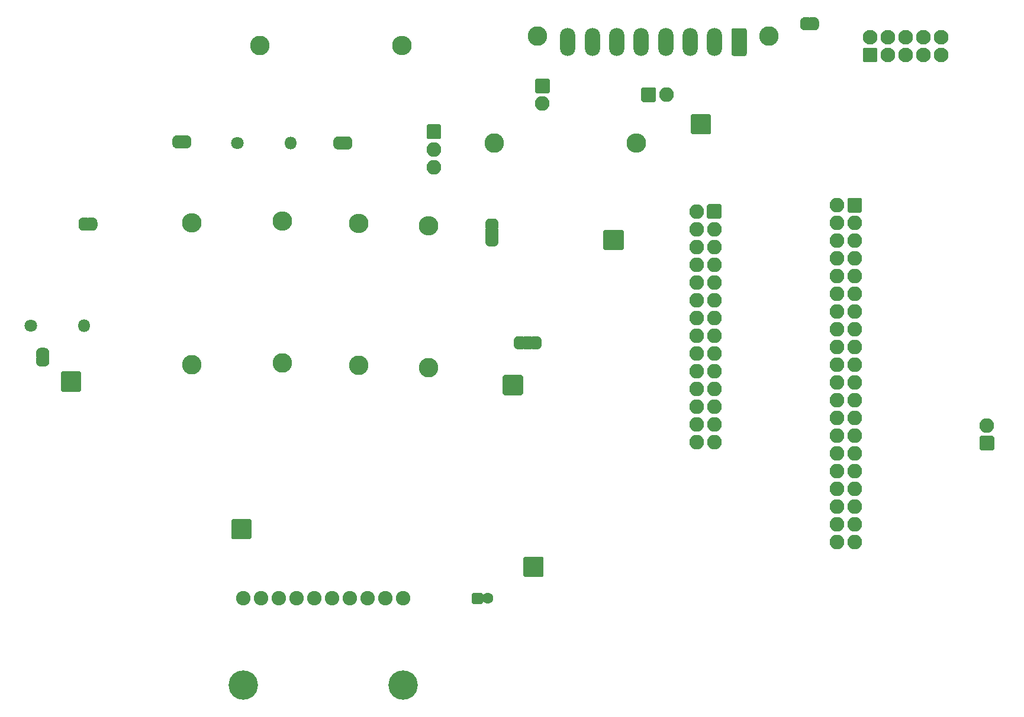
<source format=gbr>
%TF.GenerationSoftware,KiCad,Pcbnew,(5.1.9-0-10_14)*%
%TF.CreationDate,2021-03-10T15:44:04+00:00*%
%TF.ProjectId,base8x,62617365-3878-42e6-9b69-6361645f7063,rev?*%
%TF.SameCoordinates,Original*%
%TF.FileFunction,Soldermask,Top*%
%TF.FilePolarity,Negative*%
%FSLAX46Y46*%
G04 Gerber Fmt 4.6, Leading zero omitted, Abs format (unit mm)*
G04 Created by KiCad (PCBNEW (5.1.9-0-10_14)) date 2021-03-10 15:44:04*
%MOMM*%
%LPD*%
G01*
G04 APERTURE LIST*
%ADD10C,4.210000*%
%ADD11C,2.065000*%
%ADD12O,2.100000X2.100000*%
%ADD13O,1.800000X1.800000*%
%ADD14C,1.800000*%
%ADD15O,2.800000X2.800000*%
%ADD16C,2.800000*%
%ADD17C,2.100000*%
%ADD18C,0.100000*%
%ADD19O,2.200000X4.000000*%
%ADD20C,1.600000*%
G04 APERTURE END LIST*
D10*
%TO.C,IC1*%
X-305308000Y-122428000D03*
X-282448000Y-122428000D03*
D11*
X-305308000Y-109982000D03*
X-302768000Y-109982000D03*
X-300228000Y-109982000D03*
X-297688000Y-109982000D03*
X-295148000Y-109982000D03*
X-292608000Y-109982000D03*
X-290068000Y-109982000D03*
X-287528000Y-109982000D03*
X-284988000Y-109982000D03*
X-282448000Y-109982000D03*
%TD*%
D12*
%TO.C,Raspberry_header1*%
X-220360000Y-101930000D03*
X-217820000Y-101930000D03*
X-220360000Y-99390000D03*
X-217820000Y-99390000D03*
X-220360000Y-96850000D03*
X-217820000Y-96850000D03*
X-220360000Y-94310000D03*
X-217820000Y-94310000D03*
X-220360000Y-91770000D03*
X-217820000Y-91770000D03*
X-220360000Y-89230000D03*
X-217820000Y-89230000D03*
X-220360000Y-86690000D03*
X-217820000Y-86690000D03*
X-220360000Y-84150000D03*
X-217820000Y-84150000D03*
X-220360000Y-81610000D03*
X-217820000Y-81610000D03*
X-220360000Y-79070000D03*
X-217820000Y-79070000D03*
X-220360000Y-76530000D03*
X-217820000Y-76530000D03*
X-220360000Y-73990000D03*
X-217820000Y-73990000D03*
X-220360000Y-71450000D03*
X-217820000Y-71450000D03*
X-220360000Y-68910000D03*
X-217820000Y-68910000D03*
X-220360000Y-66370000D03*
X-217820000Y-66370000D03*
X-220360000Y-63830000D03*
X-217820000Y-63830000D03*
X-220360000Y-61290000D03*
X-217820000Y-61290000D03*
X-220360000Y-58750000D03*
X-217820000Y-58750000D03*
X-220360000Y-56210000D03*
X-217820000Y-56210000D03*
X-220360000Y-53670000D03*
G36*
G01*
X-218870000Y-54520000D02*
X-218870000Y-52820000D01*
G75*
G02*
X-218670000Y-52620000I200000J0D01*
G01*
X-216970000Y-52620000D01*
G75*
G02*
X-216770000Y-52820000I0J-200000D01*
G01*
X-216770000Y-54520000D01*
G75*
G02*
X-216970000Y-54720000I-200000J0D01*
G01*
X-218670000Y-54720000D01*
G75*
G02*
X-218870000Y-54520000I0J200000D01*
G01*
G37*
%TD*%
D13*
%TO.C,D2*%
X-328071640Y-70898520D03*
D14*
X-335691640Y-70898520D03*
%TD*%
D13*
%TO.C,D1*%
X-298550000Y-44800000D03*
D14*
X-306170000Y-44800000D03*
%TD*%
D15*
%TO.C,Resistor1*%
X-282550000Y-30810000D03*
D16*
X-302870000Y-30810000D03*
%TD*%
D15*
%TO.C,R5*%
X-249021600Y-44780200D03*
D16*
X-269341600Y-44780200D03*
%TD*%
D15*
%TO.C,R4*%
X-299690000Y-55970000D03*
D16*
X-299690000Y-76290000D03*
%TD*%
D15*
%TO.C,R3*%
X-278810000Y-56580000D03*
D16*
X-278810000Y-76900000D03*
%TD*%
D15*
%TO.C,R2*%
X-312650000Y-56200000D03*
D16*
X-312650000Y-76520000D03*
%TD*%
D15*
%TO.C,R1*%
X-288790000Y-56280000D03*
D16*
X-288790000Y-76600000D03*
%TD*%
%TO.C,TP5*%
G36*
G01*
X-268170000Y-80690000D02*
X-268170000Y-78190000D01*
G75*
G02*
X-267970000Y-77990000I200000J0D01*
G01*
X-265470000Y-77990000D01*
G75*
G02*
X-265270000Y-78190000I0J-200000D01*
G01*
X-265270000Y-80690000D01*
G75*
G02*
X-265470000Y-80890000I-200000J0D01*
G01*
X-267970000Y-80890000D01*
G75*
G02*
X-268170000Y-80690000I0J200000D01*
G01*
G37*
%TD*%
%TO.C,TP4*%
G36*
G01*
X-331386000Y-80180000D02*
X-331386000Y-77680000D01*
G75*
G02*
X-331186000Y-77480000I200000J0D01*
G01*
X-328686000Y-77480000D01*
G75*
G02*
X-328486000Y-77680000I0J-200000D01*
G01*
X-328486000Y-80180000D01*
G75*
G02*
X-328686000Y-80380000I-200000J0D01*
G01*
X-331186000Y-80380000D01*
G75*
G02*
X-331386000Y-80180000I0J200000D01*
G01*
G37*
%TD*%
%TO.C,TP3*%
G36*
G01*
X-253770000Y-59890000D02*
X-253770000Y-57390000D01*
G75*
G02*
X-253570000Y-57190000I200000J0D01*
G01*
X-251070000Y-57190000D01*
G75*
G02*
X-250870000Y-57390000I0J-200000D01*
G01*
X-250870000Y-59890000D01*
G75*
G02*
X-251070000Y-60090000I-200000J0D01*
G01*
X-253570000Y-60090000D01*
G75*
G02*
X-253770000Y-59890000I0J200000D01*
G01*
G37*
%TD*%
%TO.C,TP2*%
G36*
G01*
X-307012000Y-101326000D02*
X-307012000Y-98826000D01*
G75*
G02*
X-306812000Y-98626000I200000J0D01*
G01*
X-304312000Y-98626000D01*
G75*
G02*
X-304112000Y-98826000I0J-200000D01*
G01*
X-304112000Y-101326000D01*
G75*
G02*
X-304312000Y-101526000I-200000J0D01*
G01*
X-306812000Y-101526000D01*
G75*
G02*
X-307012000Y-101326000I0J200000D01*
G01*
G37*
%TD*%
%TO.C,J1*%
G36*
G01*
X-214879423Y-33206400D02*
X-216361777Y-33206400D01*
G75*
G02*
X-216670600Y-32897577I0J308823D01*
G01*
X-216670600Y-31415223D01*
G75*
G02*
X-216361777Y-31106400I308823J0D01*
G01*
X-214879423Y-31106400D01*
G75*
G02*
X-214570600Y-31415223I0J-308823D01*
G01*
X-214570600Y-32897577D01*
G75*
G02*
X-214879423Y-33206400I-308823J0D01*
G01*
G37*
D17*
X-213080600Y-32156400D03*
X-210540600Y-32156400D03*
X-208000600Y-32156400D03*
X-205460600Y-32156400D03*
X-215620600Y-29616400D03*
X-213080600Y-29616400D03*
X-210540600Y-29616400D03*
X-208000600Y-29616400D03*
X-205460600Y-29616400D03*
%TD*%
D18*
%TO.C,J2*%
G36*
X-265315482Y-72421743D02*
G01*
X-265277963Y-72433124D01*
X-265243386Y-72451606D01*
X-265213079Y-72476479D01*
X-265188206Y-72506786D01*
X-265169724Y-72541363D01*
X-265158343Y-72578882D01*
X-265154500Y-72617900D01*
X-265154500Y-74117900D01*
X-265158343Y-74156918D01*
X-265169724Y-74194437D01*
X-265188206Y-74229014D01*
X-265213079Y-74259321D01*
X-265243386Y-74284194D01*
X-265277963Y-74302676D01*
X-265315482Y-74314057D01*
X-265354500Y-74317900D01*
X-265904500Y-74317900D01*
X-265910612Y-74317298D01*
X-265929034Y-74317298D01*
X-265948640Y-74316335D01*
X-265997471Y-74311525D01*
X-266016880Y-74308646D01*
X-266065005Y-74299074D01*
X-266084048Y-74294304D01*
X-266131003Y-74280060D01*
X-266149480Y-74273449D01*
X-266194813Y-74254672D01*
X-266212561Y-74246277D01*
X-266255834Y-74223146D01*
X-266272662Y-74213060D01*
X-266313461Y-74185800D01*
X-266329230Y-74174105D01*
X-266367159Y-74142977D01*
X-266381700Y-74129797D01*
X-266416397Y-74095100D01*
X-266429577Y-74080559D01*
X-266460705Y-74042630D01*
X-266472400Y-74026861D01*
X-266499660Y-73986062D01*
X-266509746Y-73969234D01*
X-266532877Y-73925961D01*
X-266541272Y-73908213D01*
X-266560049Y-73862880D01*
X-266566660Y-73844403D01*
X-266580904Y-73797448D01*
X-266585674Y-73778405D01*
X-266595246Y-73730280D01*
X-266598125Y-73710871D01*
X-266602935Y-73662040D01*
X-266603898Y-73642434D01*
X-266603898Y-73624012D01*
X-266604500Y-73617900D01*
X-266604500Y-73117900D01*
X-266603898Y-73111788D01*
X-266603898Y-73093366D01*
X-266602935Y-73073760D01*
X-266598125Y-73024929D01*
X-266595246Y-73005520D01*
X-266585674Y-72957395D01*
X-266580904Y-72938352D01*
X-266566660Y-72891397D01*
X-266560049Y-72872920D01*
X-266541272Y-72827587D01*
X-266532877Y-72809839D01*
X-266509746Y-72766566D01*
X-266499660Y-72749738D01*
X-266472400Y-72708939D01*
X-266460705Y-72693170D01*
X-266429577Y-72655241D01*
X-266416397Y-72640700D01*
X-266381700Y-72606003D01*
X-266367159Y-72592823D01*
X-266329230Y-72561695D01*
X-266313461Y-72550000D01*
X-266272662Y-72522740D01*
X-266255834Y-72512654D01*
X-266212561Y-72489523D01*
X-266194813Y-72481128D01*
X-266149480Y-72462351D01*
X-266131003Y-72455740D01*
X-266084048Y-72441496D01*
X-266065005Y-72436726D01*
X-266016880Y-72427154D01*
X-265997471Y-72424275D01*
X-265948640Y-72419465D01*
X-265929034Y-72418502D01*
X-265910612Y-72418502D01*
X-265904500Y-72417900D01*
X-265354500Y-72417900D01*
X-265315482Y-72421743D01*
G37*
G36*
X-263298388Y-72418502D02*
G01*
X-263279966Y-72418502D01*
X-263260360Y-72419465D01*
X-263211529Y-72424275D01*
X-263192120Y-72427154D01*
X-263143995Y-72436726D01*
X-263124952Y-72441496D01*
X-263077997Y-72455740D01*
X-263059520Y-72462351D01*
X-263014187Y-72481128D01*
X-262996439Y-72489523D01*
X-262953166Y-72512654D01*
X-262936338Y-72522740D01*
X-262895539Y-72550000D01*
X-262879770Y-72561695D01*
X-262841841Y-72592823D01*
X-262827300Y-72606003D01*
X-262792603Y-72640700D01*
X-262779423Y-72655241D01*
X-262748295Y-72693170D01*
X-262736600Y-72708939D01*
X-262709340Y-72749738D01*
X-262699254Y-72766566D01*
X-262676123Y-72809839D01*
X-262667728Y-72827587D01*
X-262648951Y-72872920D01*
X-262642340Y-72891397D01*
X-262628096Y-72938352D01*
X-262623326Y-72957395D01*
X-262613754Y-73005520D01*
X-262610875Y-73024929D01*
X-262606065Y-73073760D01*
X-262605102Y-73093366D01*
X-262605102Y-73111788D01*
X-262604500Y-73117900D01*
X-262604500Y-73617900D01*
X-262605102Y-73624012D01*
X-262605102Y-73642434D01*
X-262606065Y-73662040D01*
X-262610875Y-73710871D01*
X-262613754Y-73730280D01*
X-262623326Y-73778405D01*
X-262628096Y-73797448D01*
X-262642340Y-73844403D01*
X-262648951Y-73862880D01*
X-262667728Y-73908213D01*
X-262676123Y-73925961D01*
X-262699254Y-73969234D01*
X-262709340Y-73986062D01*
X-262736600Y-74026861D01*
X-262748295Y-74042630D01*
X-262779423Y-74080559D01*
X-262792603Y-74095100D01*
X-262827300Y-74129797D01*
X-262841841Y-74142977D01*
X-262879770Y-74174105D01*
X-262895539Y-74185800D01*
X-262936338Y-74213060D01*
X-262953166Y-74223146D01*
X-262996439Y-74246277D01*
X-263014187Y-74254672D01*
X-263059520Y-74273449D01*
X-263077997Y-74280060D01*
X-263124952Y-74294304D01*
X-263143995Y-74299074D01*
X-263192120Y-74308646D01*
X-263211529Y-74311525D01*
X-263260360Y-74316335D01*
X-263279966Y-74317298D01*
X-263298388Y-74317298D01*
X-263304500Y-74317900D01*
X-263854500Y-74317900D01*
X-263893518Y-74314057D01*
X-263931037Y-74302676D01*
X-263965614Y-74284194D01*
X-263995921Y-74259321D01*
X-264020794Y-74229014D01*
X-264039276Y-74194437D01*
X-264050657Y-74156918D01*
X-264054500Y-74117900D01*
X-264054500Y-72617900D01*
X-264050657Y-72578882D01*
X-264039276Y-72541363D01*
X-264020794Y-72506786D01*
X-263995921Y-72476479D01*
X-263965614Y-72451606D01*
X-263931037Y-72433124D01*
X-263893518Y-72421743D01*
X-263854500Y-72417900D01*
X-263304500Y-72417900D01*
X-263298388Y-72418502D01*
G37*
G36*
G01*
X-265304500Y-74117900D02*
X-265304500Y-72617900D01*
G75*
G02*
X-265104500Y-72417900I200000J0D01*
G01*
X-264104500Y-72417900D01*
G75*
G02*
X-263904500Y-72617900I0J-200000D01*
G01*
X-263904500Y-74117900D01*
G75*
G02*
X-264104500Y-74317900I-200000J0D01*
G01*
X-265104500Y-74317900D01*
G75*
G02*
X-265304500Y-74117900I0J200000D01*
G01*
G37*
%TD*%
%TO.C,J3*%
G36*
G01*
X-238960000Y-55420000D02*
X-238960000Y-53720000D01*
G75*
G02*
X-238760000Y-53520000I200000J0D01*
G01*
X-237060000Y-53520000D01*
G75*
G02*
X-236860000Y-53720000I0J-200000D01*
G01*
X-236860000Y-55420000D01*
G75*
G02*
X-237060000Y-55620000I-200000J0D01*
G01*
X-238760000Y-55620000D01*
G75*
G02*
X-238960000Y-55420000I0J200000D01*
G01*
G37*
D12*
X-240450000Y-54570000D03*
X-237910000Y-57110000D03*
X-240450000Y-57110000D03*
X-237910000Y-59650000D03*
X-240450000Y-59650000D03*
X-237910000Y-62190000D03*
X-240450000Y-62190000D03*
X-237910000Y-64730000D03*
X-240450000Y-64730000D03*
X-237910000Y-67270000D03*
X-240450000Y-67270000D03*
X-237910000Y-69810000D03*
X-240450000Y-69810000D03*
X-237910000Y-72350000D03*
X-240450000Y-72350000D03*
X-237910000Y-74890000D03*
X-240450000Y-74890000D03*
X-237910000Y-77430000D03*
X-240450000Y-77430000D03*
X-237910000Y-79970000D03*
X-240450000Y-79970000D03*
X-237910000Y-82510000D03*
X-240450000Y-82510000D03*
X-237910000Y-85050000D03*
X-240450000Y-85050000D03*
X-237910000Y-87590000D03*
X-240450000Y-87590000D03*
%TD*%
%TO.C,J4*%
G36*
G01*
X-270470000Y-56870000D02*
X-268970000Y-56870000D01*
G75*
G02*
X-268770000Y-57070000I0J-200000D01*
G01*
X-268770000Y-58070000D01*
G75*
G02*
X-268970000Y-58270000I-200000J0D01*
G01*
X-270470000Y-58270000D01*
G75*
G02*
X-270670000Y-58070000I0J200000D01*
G01*
X-270670000Y-57070000D01*
G75*
G02*
X-270470000Y-56870000I200000J0D01*
G01*
G37*
D18*
G36*
X-268770602Y-58876112D02*
G01*
X-268770602Y-58894534D01*
X-268771565Y-58914140D01*
X-268776375Y-58962971D01*
X-268779254Y-58982380D01*
X-268788826Y-59030505D01*
X-268793596Y-59049548D01*
X-268807840Y-59096503D01*
X-268814451Y-59114980D01*
X-268833228Y-59160313D01*
X-268841623Y-59178061D01*
X-268864754Y-59221334D01*
X-268874840Y-59238162D01*
X-268902100Y-59278961D01*
X-268913795Y-59294730D01*
X-268944923Y-59332659D01*
X-268958103Y-59347200D01*
X-268992800Y-59381897D01*
X-269007341Y-59395077D01*
X-269045270Y-59426205D01*
X-269061039Y-59437900D01*
X-269101838Y-59465160D01*
X-269118666Y-59475246D01*
X-269161939Y-59498377D01*
X-269179687Y-59506772D01*
X-269225020Y-59525549D01*
X-269243497Y-59532160D01*
X-269290452Y-59546404D01*
X-269309495Y-59551174D01*
X-269357620Y-59560746D01*
X-269377029Y-59563625D01*
X-269425860Y-59568435D01*
X-269445466Y-59569398D01*
X-269463888Y-59569398D01*
X-269470000Y-59570000D01*
X-269970000Y-59570000D01*
X-269976112Y-59569398D01*
X-269994534Y-59569398D01*
X-270014140Y-59568435D01*
X-270062971Y-59563625D01*
X-270082380Y-59560746D01*
X-270130505Y-59551174D01*
X-270149548Y-59546404D01*
X-270196503Y-59532160D01*
X-270214980Y-59525549D01*
X-270260313Y-59506772D01*
X-270278061Y-59498377D01*
X-270321334Y-59475246D01*
X-270338162Y-59465160D01*
X-270378961Y-59437900D01*
X-270394730Y-59426205D01*
X-270432659Y-59395077D01*
X-270447200Y-59381897D01*
X-270481897Y-59347200D01*
X-270495077Y-59332659D01*
X-270526205Y-59294730D01*
X-270537900Y-59278961D01*
X-270565160Y-59238162D01*
X-270575246Y-59221334D01*
X-270598377Y-59178061D01*
X-270606772Y-59160313D01*
X-270625549Y-59114980D01*
X-270632160Y-59096503D01*
X-270646404Y-59049548D01*
X-270651174Y-59030505D01*
X-270660746Y-58982380D01*
X-270663625Y-58962971D01*
X-270668435Y-58914140D01*
X-270669398Y-58894534D01*
X-270669398Y-58876112D01*
X-270670000Y-58870000D01*
X-270670000Y-58320000D01*
X-270666157Y-58280982D01*
X-270654776Y-58243463D01*
X-270636294Y-58208886D01*
X-270611421Y-58178579D01*
X-270581114Y-58153706D01*
X-270546537Y-58135224D01*
X-270509018Y-58123843D01*
X-270470000Y-58120000D01*
X-268970000Y-58120000D01*
X-268930982Y-58123843D01*
X-268893463Y-58135224D01*
X-268858886Y-58153706D01*
X-268828579Y-58178579D01*
X-268803706Y-58208886D01*
X-268785224Y-58243463D01*
X-268773843Y-58280982D01*
X-268770000Y-58320000D01*
X-268770000Y-58870000D01*
X-268770602Y-58876112D01*
G37*
G36*
X-268773843Y-56859018D02*
G01*
X-268785224Y-56896537D01*
X-268803706Y-56931114D01*
X-268828579Y-56961421D01*
X-268858886Y-56986294D01*
X-268893463Y-57004776D01*
X-268930982Y-57016157D01*
X-268970000Y-57020000D01*
X-270470000Y-57020000D01*
X-270509018Y-57016157D01*
X-270546537Y-57004776D01*
X-270581114Y-56986294D01*
X-270611421Y-56961421D01*
X-270636294Y-56931114D01*
X-270654776Y-56896537D01*
X-270666157Y-56859018D01*
X-270670000Y-56820000D01*
X-270670000Y-56270000D01*
X-270669398Y-56263888D01*
X-270669398Y-56245466D01*
X-270668435Y-56225860D01*
X-270663625Y-56177029D01*
X-270660746Y-56157620D01*
X-270651174Y-56109495D01*
X-270646404Y-56090452D01*
X-270632160Y-56043497D01*
X-270625549Y-56025020D01*
X-270606772Y-55979687D01*
X-270598377Y-55961939D01*
X-270575246Y-55918666D01*
X-270565160Y-55901838D01*
X-270537900Y-55861039D01*
X-270526205Y-55845270D01*
X-270495077Y-55807341D01*
X-270481897Y-55792800D01*
X-270447200Y-55758103D01*
X-270432659Y-55744923D01*
X-270394730Y-55713795D01*
X-270378961Y-55702100D01*
X-270338162Y-55674840D01*
X-270321334Y-55664754D01*
X-270278061Y-55641623D01*
X-270260313Y-55633228D01*
X-270214980Y-55614451D01*
X-270196503Y-55607840D01*
X-270149548Y-55593596D01*
X-270130505Y-55588826D01*
X-270082380Y-55579254D01*
X-270062971Y-55576375D01*
X-270014140Y-55571565D01*
X-269994534Y-55570602D01*
X-269976112Y-55570602D01*
X-269970000Y-55570000D01*
X-269470000Y-55570000D01*
X-269463888Y-55570602D01*
X-269445466Y-55570602D01*
X-269425860Y-55571565D01*
X-269377029Y-55576375D01*
X-269357620Y-55579254D01*
X-269309495Y-55588826D01*
X-269290452Y-55593596D01*
X-269243497Y-55607840D01*
X-269225020Y-55614451D01*
X-269179687Y-55633228D01*
X-269161939Y-55641623D01*
X-269118666Y-55664754D01*
X-269101838Y-55674840D01*
X-269061039Y-55702100D01*
X-269045270Y-55713795D01*
X-269007341Y-55744923D01*
X-268992800Y-55758103D01*
X-268958103Y-55792800D01*
X-268944923Y-55807341D01*
X-268913795Y-55845270D01*
X-268902100Y-55861039D01*
X-268874840Y-55901838D01*
X-268864754Y-55918666D01*
X-268841623Y-55961939D01*
X-268833228Y-55979687D01*
X-268814451Y-56025020D01*
X-268807840Y-56043497D01*
X-268793596Y-56090452D01*
X-268788826Y-56109495D01*
X-268779254Y-56157620D01*
X-268776375Y-56177029D01*
X-268771565Y-56225860D01*
X-268770602Y-56245466D01*
X-268770602Y-56263888D01*
X-268770000Y-56270000D01*
X-268770000Y-56820000D01*
X-268773843Y-56859018D01*
G37*
%TD*%
%TO.C,J9*%
G36*
G01*
X-233265800Y-28607755D02*
X-233265800Y-31996645D01*
G75*
G02*
X-233571355Y-32302200I-305555J0D01*
G01*
X-235160245Y-32302200D01*
G75*
G02*
X-235465800Y-31996645I0J305555D01*
G01*
X-235465800Y-28607755D01*
G75*
G02*
X-235160245Y-28302200I305555J0D01*
G01*
X-233571355Y-28302200D01*
G75*
G02*
X-233265800Y-28607755I0J-305555D01*
G01*
G37*
D19*
X-237865800Y-30302200D03*
X-241365800Y-30302200D03*
X-244865800Y-30302200D03*
X-248365800Y-30302200D03*
X-251865800Y-30302200D03*
X-255365800Y-30302200D03*
X-258865800Y-30302200D03*
D16*
X-230065800Y-29402200D03*
X-263165800Y-29402200D03*
%TD*%
D18*
%TO.C,JP2*%
G36*
X-314180982Y-43643843D02*
G01*
X-314143463Y-43655224D01*
X-314108886Y-43673706D01*
X-314078579Y-43698579D01*
X-314053706Y-43728886D01*
X-314035224Y-43763463D01*
X-314023843Y-43800982D01*
X-314020000Y-43840000D01*
X-314020000Y-45340000D01*
X-314023843Y-45379018D01*
X-314035224Y-45416537D01*
X-314053706Y-45451114D01*
X-314078579Y-45481421D01*
X-314108886Y-45506294D01*
X-314143463Y-45524776D01*
X-314180982Y-45536157D01*
X-314220000Y-45540000D01*
X-314720000Y-45540000D01*
X-314726112Y-45539398D01*
X-314744534Y-45539398D01*
X-314764140Y-45538435D01*
X-314812971Y-45533625D01*
X-314832380Y-45530746D01*
X-314880505Y-45521174D01*
X-314899548Y-45516404D01*
X-314946503Y-45502160D01*
X-314964980Y-45495549D01*
X-315010313Y-45476772D01*
X-315028061Y-45468377D01*
X-315071334Y-45445246D01*
X-315088162Y-45435160D01*
X-315128961Y-45407900D01*
X-315144730Y-45396205D01*
X-315182659Y-45365077D01*
X-315197200Y-45351897D01*
X-315231897Y-45317200D01*
X-315245077Y-45302659D01*
X-315276205Y-45264730D01*
X-315287900Y-45248961D01*
X-315315160Y-45208162D01*
X-315325246Y-45191334D01*
X-315348377Y-45148061D01*
X-315356772Y-45130313D01*
X-315375549Y-45084980D01*
X-315382160Y-45066503D01*
X-315396404Y-45019548D01*
X-315401174Y-45000505D01*
X-315410746Y-44952380D01*
X-315413625Y-44932971D01*
X-315418435Y-44884140D01*
X-315419398Y-44864534D01*
X-315419398Y-44846112D01*
X-315420000Y-44840000D01*
X-315420000Y-44340000D01*
X-315419398Y-44333888D01*
X-315419398Y-44315466D01*
X-315418435Y-44295860D01*
X-315413625Y-44247029D01*
X-315410746Y-44227620D01*
X-315401174Y-44179495D01*
X-315396404Y-44160452D01*
X-315382160Y-44113497D01*
X-315375549Y-44095020D01*
X-315356772Y-44049687D01*
X-315348377Y-44031939D01*
X-315325246Y-43988666D01*
X-315315160Y-43971838D01*
X-315287900Y-43931039D01*
X-315276205Y-43915270D01*
X-315245077Y-43877341D01*
X-315231897Y-43862800D01*
X-315197200Y-43828103D01*
X-315182659Y-43814923D01*
X-315144730Y-43783795D01*
X-315128961Y-43772100D01*
X-315088162Y-43744840D01*
X-315071334Y-43734754D01*
X-315028061Y-43711623D01*
X-315010313Y-43703228D01*
X-314964980Y-43684451D01*
X-314946503Y-43677840D01*
X-314899548Y-43663596D01*
X-314880505Y-43658826D01*
X-314832380Y-43649254D01*
X-314812971Y-43646375D01*
X-314764140Y-43641565D01*
X-314744534Y-43640602D01*
X-314726112Y-43640602D01*
X-314720000Y-43640000D01*
X-314220000Y-43640000D01*
X-314180982Y-43643843D01*
G37*
G36*
X-313413888Y-43640602D02*
G01*
X-313395466Y-43640602D01*
X-313375860Y-43641565D01*
X-313327029Y-43646375D01*
X-313307620Y-43649254D01*
X-313259495Y-43658826D01*
X-313240452Y-43663596D01*
X-313193497Y-43677840D01*
X-313175020Y-43684451D01*
X-313129687Y-43703228D01*
X-313111939Y-43711623D01*
X-313068666Y-43734754D01*
X-313051838Y-43744840D01*
X-313011039Y-43772100D01*
X-312995270Y-43783795D01*
X-312957341Y-43814923D01*
X-312942800Y-43828103D01*
X-312908103Y-43862800D01*
X-312894923Y-43877341D01*
X-312863795Y-43915270D01*
X-312852100Y-43931039D01*
X-312824840Y-43971838D01*
X-312814754Y-43988666D01*
X-312791623Y-44031939D01*
X-312783228Y-44049687D01*
X-312764451Y-44095020D01*
X-312757840Y-44113497D01*
X-312743596Y-44160452D01*
X-312738826Y-44179495D01*
X-312729254Y-44227620D01*
X-312726375Y-44247029D01*
X-312721565Y-44295860D01*
X-312720602Y-44315466D01*
X-312720602Y-44333888D01*
X-312720000Y-44340000D01*
X-312720000Y-44840000D01*
X-312720602Y-44846112D01*
X-312720602Y-44864534D01*
X-312721565Y-44884140D01*
X-312726375Y-44932971D01*
X-312729254Y-44952380D01*
X-312738826Y-45000505D01*
X-312743596Y-45019548D01*
X-312757840Y-45066503D01*
X-312764451Y-45084980D01*
X-312783228Y-45130313D01*
X-312791623Y-45148061D01*
X-312814754Y-45191334D01*
X-312824840Y-45208162D01*
X-312852100Y-45248961D01*
X-312863795Y-45264730D01*
X-312894923Y-45302659D01*
X-312908103Y-45317200D01*
X-312942800Y-45351897D01*
X-312957341Y-45365077D01*
X-312995270Y-45396205D01*
X-313011039Y-45407900D01*
X-313051838Y-45435160D01*
X-313068666Y-45445246D01*
X-313111939Y-45468377D01*
X-313129687Y-45476772D01*
X-313175020Y-45495549D01*
X-313193497Y-45502160D01*
X-313240452Y-45516404D01*
X-313259495Y-45521174D01*
X-313307620Y-45530746D01*
X-313327029Y-45533625D01*
X-313375860Y-45538435D01*
X-313395466Y-45539398D01*
X-313413888Y-45539398D01*
X-313420000Y-45540000D01*
X-313920000Y-45540000D01*
X-313959018Y-45536157D01*
X-313996537Y-45524776D01*
X-314031114Y-45506294D01*
X-314061421Y-45481421D01*
X-314086294Y-45451114D01*
X-314104776Y-45416537D01*
X-314116157Y-45379018D01*
X-314120000Y-45340000D01*
X-314120000Y-43840000D01*
X-314116157Y-43800982D01*
X-314104776Y-43763463D01*
X-314086294Y-43728886D01*
X-314061421Y-43698579D01*
X-314031114Y-43673706D01*
X-313996537Y-43655224D01*
X-313959018Y-43643843D01*
X-313920000Y-43640000D01*
X-313420000Y-43640000D01*
X-313413888Y-43640602D01*
G37*
%TD*%
%TO.C,JP3*%
G36*
X-290383888Y-43800602D02*
G01*
X-290365466Y-43800602D01*
X-290345860Y-43801565D01*
X-290297029Y-43806375D01*
X-290277620Y-43809254D01*
X-290229495Y-43818826D01*
X-290210452Y-43823596D01*
X-290163497Y-43837840D01*
X-290145020Y-43844451D01*
X-290099687Y-43863228D01*
X-290081939Y-43871623D01*
X-290038666Y-43894754D01*
X-290021838Y-43904840D01*
X-289981039Y-43932100D01*
X-289965270Y-43943795D01*
X-289927341Y-43974923D01*
X-289912800Y-43988103D01*
X-289878103Y-44022800D01*
X-289864923Y-44037341D01*
X-289833795Y-44075270D01*
X-289822100Y-44091039D01*
X-289794840Y-44131838D01*
X-289784754Y-44148666D01*
X-289761623Y-44191939D01*
X-289753228Y-44209687D01*
X-289734451Y-44255020D01*
X-289727840Y-44273497D01*
X-289713596Y-44320452D01*
X-289708826Y-44339495D01*
X-289699254Y-44387620D01*
X-289696375Y-44407029D01*
X-289691565Y-44455860D01*
X-289690602Y-44475466D01*
X-289690602Y-44493888D01*
X-289690000Y-44500000D01*
X-289690000Y-45000000D01*
X-289690602Y-45006112D01*
X-289690602Y-45024534D01*
X-289691565Y-45044140D01*
X-289696375Y-45092971D01*
X-289699254Y-45112380D01*
X-289708826Y-45160505D01*
X-289713596Y-45179548D01*
X-289727840Y-45226503D01*
X-289734451Y-45244980D01*
X-289753228Y-45290313D01*
X-289761623Y-45308061D01*
X-289784754Y-45351334D01*
X-289794840Y-45368162D01*
X-289822100Y-45408961D01*
X-289833795Y-45424730D01*
X-289864923Y-45462659D01*
X-289878103Y-45477200D01*
X-289912800Y-45511897D01*
X-289927341Y-45525077D01*
X-289965270Y-45556205D01*
X-289981039Y-45567900D01*
X-290021838Y-45595160D01*
X-290038666Y-45605246D01*
X-290081939Y-45628377D01*
X-290099687Y-45636772D01*
X-290145020Y-45655549D01*
X-290163497Y-45662160D01*
X-290210452Y-45676404D01*
X-290229495Y-45681174D01*
X-290277620Y-45690746D01*
X-290297029Y-45693625D01*
X-290345860Y-45698435D01*
X-290365466Y-45699398D01*
X-290383888Y-45699398D01*
X-290390000Y-45700000D01*
X-290890000Y-45700000D01*
X-290929018Y-45696157D01*
X-290966537Y-45684776D01*
X-291001114Y-45666294D01*
X-291031421Y-45641421D01*
X-291056294Y-45611114D01*
X-291074776Y-45576537D01*
X-291086157Y-45539018D01*
X-291090000Y-45500000D01*
X-291090000Y-44000000D01*
X-291086157Y-43960982D01*
X-291074776Y-43923463D01*
X-291056294Y-43888886D01*
X-291031421Y-43858579D01*
X-291001114Y-43833706D01*
X-290966537Y-43815224D01*
X-290929018Y-43803843D01*
X-290890000Y-43800000D01*
X-290390000Y-43800000D01*
X-290383888Y-43800602D01*
G37*
G36*
X-291150982Y-43803843D02*
G01*
X-291113463Y-43815224D01*
X-291078886Y-43833706D01*
X-291048579Y-43858579D01*
X-291023706Y-43888886D01*
X-291005224Y-43923463D01*
X-290993843Y-43960982D01*
X-290990000Y-44000000D01*
X-290990000Y-45500000D01*
X-290993843Y-45539018D01*
X-291005224Y-45576537D01*
X-291023706Y-45611114D01*
X-291048579Y-45641421D01*
X-291078886Y-45666294D01*
X-291113463Y-45684776D01*
X-291150982Y-45696157D01*
X-291190000Y-45700000D01*
X-291690000Y-45700000D01*
X-291696112Y-45699398D01*
X-291714534Y-45699398D01*
X-291734140Y-45698435D01*
X-291782971Y-45693625D01*
X-291802380Y-45690746D01*
X-291850505Y-45681174D01*
X-291869548Y-45676404D01*
X-291916503Y-45662160D01*
X-291934980Y-45655549D01*
X-291980313Y-45636772D01*
X-291998061Y-45628377D01*
X-292041334Y-45605246D01*
X-292058162Y-45595160D01*
X-292098961Y-45567900D01*
X-292114730Y-45556205D01*
X-292152659Y-45525077D01*
X-292167200Y-45511897D01*
X-292201897Y-45477200D01*
X-292215077Y-45462659D01*
X-292246205Y-45424730D01*
X-292257900Y-45408961D01*
X-292285160Y-45368162D01*
X-292295246Y-45351334D01*
X-292318377Y-45308061D01*
X-292326772Y-45290313D01*
X-292345549Y-45244980D01*
X-292352160Y-45226503D01*
X-292366404Y-45179548D01*
X-292371174Y-45160505D01*
X-292380746Y-45112380D01*
X-292383625Y-45092971D01*
X-292388435Y-45044140D01*
X-292389398Y-45024534D01*
X-292389398Y-45006112D01*
X-292390000Y-45000000D01*
X-292390000Y-44500000D01*
X-292389398Y-44493888D01*
X-292389398Y-44475466D01*
X-292388435Y-44455860D01*
X-292383625Y-44407029D01*
X-292380746Y-44387620D01*
X-292371174Y-44339495D01*
X-292366404Y-44320452D01*
X-292352160Y-44273497D01*
X-292345549Y-44255020D01*
X-292326772Y-44209687D01*
X-292318377Y-44191939D01*
X-292295246Y-44148666D01*
X-292285160Y-44131838D01*
X-292257900Y-44091039D01*
X-292246205Y-44075270D01*
X-292215077Y-44037341D01*
X-292201897Y-44022800D01*
X-292167200Y-43988103D01*
X-292152659Y-43974923D01*
X-292114730Y-43943795D01*
X-292098961Y-43932100D01*
X-292058162Y-43904840D01*
X-292041334Y-43894754D01*
X-291998061Y-43871623D01*
X-291980313Y-43863228D01*
X-291934980Y-43844451D01*
X-291916503Y-43837840D01*
X-291869548Y-43823596D01*
X-291850505Y-43818826D01*
X-291802380Y-43809254D01*
X-291782971Y-43806375D01*
X-291734140Y-43801565D01*
X-291714534Y-43800602D01*
X-291696112Y-43800602D01*
X-291690000Y-43800000D01*
X-291190000Y-43800000D01*
X-291150982Y-43803843D01*
G37*
%TD*%
%TO.C,JP4*%
G36*
X-334920757Y-75548482D02*
G01*
X-334909376Y-75510963D01*
X-334890894Y-75476386D01*
X-334866021Y-75446079D01*
X-334835714Y-75421206D01*
X-334801137Y-75402724D01*
X-334763618Y-75391343D01*
X-334724600Y-75387500D01*
X-333224600Y-75387500D01*
X-333185582Y-75391343D01*
X-333148063Y-75402724D01*
X-333113486Y-75421206D01*
X-333083179Y-75446079D01*
X-333058306Y-75476386D01*
X-333039824Y-75510963D01*
X-333028443Y-75548482D01*
X-333024600Y-75587500D01*
X-333024600Y-76087500D01*
X-333025202Y-76093612D01*
X-333025202Y-76112034D01*
X-333026165Y-76131640D01*
X-333030975Y-76180471D01*
X-333033854Y-76199880D01*
X-333043426Y-76248005D01*
X-333048196Y-76267048D01*
X-333062440Y-76314003D01*
X-333069051Y-76332480D01*
X-333087828Y-76377813D01*
X-333096223Y-76395561D01*
X-333119354Y-76438834D01*
X-333129440Y-76455662D01*
X-333156700Y-76496461D01*
X-333168395Y-76512230D01*
X-333199523Y-76550159D01*
X-333212703Y-76564700D01*
X-333247400Y-76599397D01*
X-333261941Y-76612577D01*
X-333299870Y-76643705D01*
X-333315639Y-76655400D01*
X-333356438Y-76682660D01*
X-333373266Y-76692746D01*
X-333416539Y-76715877D01*
X-333434287Y-76724272D01*
X-333479620Y-76743049D01*
X-333498097Y-76749660D01*
X-333545052Y-76763904D01*
X-333564095Y-76768674D01*
X-333612220Y-76778246D01*
X-333631629Y-76781125D01*
X-333680460Y-76785935D01*
X-333700066Y-76786898D01*
X-333718488Y-76786898D01*
X-333724600Y-76787500D01*
X-334224600Y-76787500D01*
X-334230712Y-76786898D01*
X-334249134Y-76786898D01*
X-334268740Y-76785935D01*
X-334317571Y-76781125D01*
X-334336980Y-76778246D01*
X-334385105Y-76768674D01*
X-334404148Y-76763904D01*
X-334451103Y-76749660D01*
X-334469580Y-76743049D01*
X-334514913Y-76724272D01*
X-334532661Y-76715877D01*
X-334575934Y-76692746D01*
X-334592762Y-76682660D01*
X-334633561Y-76655400D01*
X-334649330Y-76643705D01*
X-334687259Y-76612577D01*
X-334701800Y-76599397D01*
X-334736497Y-76564700D01*
X-334749677Y-76550159D01*
X-334780805Y-76512230D01*
X-334792500Y-76496461D01*
X-334819760Y-76455662D01*
X-334829846Y-76438834D01*
X-334852977Y-76395561D01*
X-334861372Y-76377813D01*
X-334880149Y-76332480D01*
X-334886760Y-76314003D01*
X-334901004Y-76267048D01*
X-334905774Y-76248005D01*
X-334915346Y-76199880D01*
X-334918225Y-76180471D01*
X-334923035Y-76131640D01*
X-334923998Y-76112034D01*
X-334923998Y-76093612D01*
X-334924600Y-76087500D01*
X-334924600Y-75587500D01*
X-334920757Y-75548482D01*
G37*
G36*
X-334923998Y-74781388D02*
G01*
X-334923998Y-74762966D01*
X-334923035Y-74743360D01*
X-334918225Y-74694529D01*
X-334915346Y-74675120D01*
X-334905774Y-74626995D01*
X-334901004Y-74607952D01*
X-334886760Y-74560997D01*
X-334880149Y-74542520D01*
X-334861372Y-74497187D01*
X-334852977Y-74479439D01*
X-334829846Y-74436166D01*
X-334819760Y-74419338D01*
X-334792500Y-74378539D01*
X-334780805Y-74362770D01*
X-334749677Y-74324841D01*
X-334736497Y-74310300D01*
X-334701800Y-74275603D01*
X-334687259Y-74262423D01*
X-334649330Y-74231295D01*
X-334633561Y-74219600D01*
X-334592762Y-74192340D01*
X-334575934Y-74182254D01*
X-334532661Y-74159123D01*
X-334514913Y-74150728D01*
X-334469580Y-74131951D01*
X-334451103Y-74125340D01*
X-334404148Y-74111096D01*
X-334385105Y-74106326D01*
X-334336980Y-74096754D01*
X-334317571Y-74093875D01*
X-334268740Y-74089065D01*
X-334249134Y-74088102D01*
X-334230712Y-74088102D01*
X-334224600Y-74087500D01*
X-333724600Y-74087500D01*
X-333718488Y-74088102D01*
X-333700066Y-74088102D01*
X-333680460Y-74089065D01*
X-333631629Y-74093875D01*
X-333612220Y-74096754D01*
X-333564095Y-74106326D01*
X-333545052Y-74111096D01*
X-333498097Y-74125340D01*
X-333479620Y-74131951D01*
X-333434287Y-74150728D01*
X-333416539Y-74159123D01*
X-333373266Y-74182254D01*
X-333356438Y-74192340D01*
X-333315639Y-74219600D01*
X-333299870Y-74231295D01*
X-333261941Y-74262423D01*
X-333247400Y-74275603D01*
X-333212703Y-74310300D01*
X-333199523Y-74324841D01*
X-333168395Y-74362770D01*
X-333156700Y-74378539D01*
X-333129440Y-74419338D01*
X-333119354Y-74436166D01*
X-333096223Y-74479439D01*
X-333087828Y-74497187D01*
X-333069051Y-74542520D01*
X-333062440Y-74560997D01*
X-333048196Y-74607952D01*
X-333043426Y-74626995D01*
X-333033854Y-74675120D01*
X-333030975Y-74694529D01*
X-333026165Y-74743360D01*
X-333025202Y-74762966D01*
X-333025202Y-74781388D01*
X-333024600Y-74787500D01*
X-333024600Y-75287500D01*
X-333028443Y-75326518D01*
X-333039824Y-75364037D01*
X-333058306Y-75398614D01*
X-333083179Y-75428921D01*
X-333113486Y-75453794D01*
X-333148063Y-75472276D01*
X-333185582Y-75483657D01*
X-333224600Y-75487500D01*
X-334724600Y-75487500D01*
X-334763618Y-75483657D01*
X-334801137Y-75472276D01*
X-334835714Y-75453794D01*
X-334866021Y-75428921D01*
X-334890894Y-75398614D01*
X-334909376Y-75364037D01*
X-334920757Y-75326518D01*
X-334924600Y-75287500D01*
X-334924600Y-74787500D01*
X-334923998Y-74781388D01*
G37*
%TD*%
%TO.C,JP5*%
G36*
X-327610982Y-55423843D02*
G01*
X-327573463Y-55435224D01*
X-327538886Y-55453706D01*
X-327508579Y-55478579D01*
X-327483706Y-55508886D01*
X-327465224Y-55543463D01*
X-327453843Y-55580982D01*
X-327450000Y-55620000D01*
X-327450000Y-57120000D01*
X-327453843Y-57159018D01*
X-327465224Y-57196537D01*
X-327483706Y-57231114D01*
X-327508579Y-57261421D01*
X-327538886Y-57286294D01*
X-327573463Y-57304776D01*
X-327610982Y-57316157D01*
X-327650000Y-57320000D01*
X-328150000Y-57320000D01*
X-328156112Y-57319398D01*
X-328174534Y-57319398D01*
X-328194140Y-57318435D01*
X-328242971Y-57313625D01*
X-328262380Y-57310746D01*
X-328310505Y-57301174D01*
X-328329548Y-57296404D01*
X-328376503Y-57282160D01*
X-328394980Y-57275549D01*
X-328440313Y-57256772D01*
X-328458061Y-57248377D01*
X-328501334Y-57225246D01*
X-328518162Y-57215160D01*
X-328558961Y-57187900D01*
X-328574730Y-57176205D01*
X-328612659Y-57145077D01*
X-328627200Y-57131897D01*
X-328661897Y-57097200D01*
X-328675077Y-57082659D01*
X-328706205Y-57044730D01*
X-328717900Y-57028961D01*
X-328745160Y-56988162D01*
X-328755246Y-56971334D01*
X-328778377Y-56928061D01*
X-328786772Y-56910313D01*
X-328805549Y-56864980D01*
X-328812160Y-56846503D01*
X-328826404Y-56799548D01*
X-328831174Y-56780505D01*
X-328840746Y-56732380D01*
X-328843625Y-56712971D01*
X-328848435Y-56664140D01*
X-328849398Y-56644534D01*
X-328849398Y-56626112D01*
X-328850000Y-56620000D01*
X-328850000Y-56120000D01*
X-328849398Y-56113888D01*
X-328849398Y-56095466D01*
X-328848435Y-56075860D01*
X-328843625Y-56027029D01*
X-328840746Y-56007620D01*
X-328831174Y-55959495D01*
X-328826404Y-55940452D01*
X-328812160Y-55893497D01*
X-328805549Y-55875020D01*
X-328786772Y-55829687D01*
X-328778377Y-55811939D01*
X-328755246Y-55768666D01*
X-328745160Y-55751838D01*
X-328717900Y-55711039D01*
X-328706205Y-55695270D01*
X-328675077Y-55657341D01*
X-328661897Y-55642800D01*
X-328627200Y-55608103D01*
X-328612659Y-55594923D01*
X-328574730Y-55563795D01*
X-328558961Y-55552100D01*
X-328518162Y-55524840D01*
X-328501334Y-55514754D01*
X-328458061Y-55491623D01*
X-328440313Y-55483228D01*
X-328394980Y-55464451D01*
X-328376503Y-55457840D01*
X-328329548Y-55443596D01*
X-328310505Y-55438826D01*
X-328262380Y-55429254D01*
X-328242971Y-55426375D01*
X-328194140Y-55421565D01*
X-328174534Y-55420602D01*
X-328156112Y-55420602D01*
X-328150000Y-55420000D01*
X-327650000Y-55420000D01*
X-327610982Y-55423843D01*
G37*
G36*
X-326843888Y-55420602D02*
G01*
X-326825466Y-55420602D01*
X-326805860Y-55421565D01*
X-326757029Y-55426375D01*
X-326737620Y-55429254D01*
X-326689495Y-55438826D01*
X-326670452Y-55443596D01*
X-326623497Y-55457840D01*
X-326605020Y-55464451D01*
X-326559687Y-55483228D01*
X-326541939Y-55491623D01*
X-326498666Y-55514754D01*
X-326481838Y-55524840D01*
X-326441039Y-55552100D01*
X-326425270Y-55563795D01*
X-326387341Y-55594923D01*
X-326372800Y-55608103D01*
X-326338103Y-55642800D01*
X-326324923Y-55657341D01*
X-326293795Y-55695270D01*
X-326282100Y-55711039D01*
X-326254840Y-55751838D01*
X-326244754Y-55768666D01*
X-326221623Y-55811939D01*
X-326213228Y-55829687D01*
X-326194451Y-55875020D01*
X-326187840Y-55893497D01*
X-326173596Y-55940452D01*
X-326168826Y-55959495D01*
X-326159254Y-56007620D01*
X-326156375Y-56027029D01*
X-326151565Y-56075860D01*
X-326150602Y-56095466D01*
X-326150602Y-56113888D01*
X-326150000Y-56120000D01*
X-326150000Y-56620000D01*
X-326150602Y-56626112D01*
X-326150602Y-56644534D01*
X-326151565Y-56664140D01*
X-326156375Y-56712971D01*
X-326159254Y-56732380D01*
X-326168826Y-56780505D01*
X-326173596Y-56799548D01*
X-326187840Y-56846503D01*
X-326194451Y-56864980D01*
X-326213228Y-56910313D01*
X-326221623Y-56928061D01*
X-326244754Y-56971334D01*
X-326254840Y-56988162D01*
X-326282100Y-57028961D01*
X-326293795Y-57044730D01*
X-326324923Y-57082659D01*
X-326338103Y-57097200D01*
X-326372800Y-57131897D01*
X-326387341Y-57145077D01*
X-326425270Y-57176205D01*
X-326441039Y-57187900D01*
X-326481838Y-57215160D01*
X-326498666Y-57225246D01*
X-326541939Y-57248377D01*
X-326559687Y-57256772D01*
X-326605020Y-57275549D01*
X-326623497Y-57282160D01*
X-326670452Y-57296404D01*
X-326689495Y-57301174D01*
X-326737620Y-57310746D01*
X-326757029Y-57313625D01*
X-326805860Y-57318435D01*
X-326825466Y-57319398D01*
X-326843888Y-57319398D01*
X-326850000Y-57320000D01*
X-327350000Y-57320000D01*
X-327389018Y-57316157D01*
X-327426537Y-57304776D01*
X-327461114Y-57286294D01*
X-327491421Y-57261421D01*
X-327516294Y-57231114D01*
X-327534776Y-57196537D01*
X-327546157Y-57159018D01*
X-327550000Y-57120000D01*
X-327550000Y-55620000D01*
X-327546157Y-55580982D01*
X-327534776Y-55543463D01*
X-327516294Y-55508886D01*
X-327491421Y-55478579D01*
X-327461114Y-55453706D01*
X-327426537Y-55435224D01*
X-327389018Y-55423843D01*
X-327350000Y-55420000D01*
X-326850000Y-55420000D01*
X-326843888Y-55420602D01*
G37*
%TD*%
%TO.C,JP6*%
G36*
X-224938112Y-28635398D02*
G01*
X-224956534Y-28635398D01*
X-224976140Y-28634435D01*
X-225024971Y-28629625D01*
X-225044380Y-28626746D01*
X-225092505Y-28617174D01*
X-225111548Y-28612404D01*
X-225158503Y-28598160D01*
X-225176980Y-28591549D01*
X-225222313Y-28572772D01*
X-225240061Y-28564377D01*
X-225283334Y-28541246D01*
X-225300162Y-28531160D01*
X-225340961Y-28503900D01*
X-225356730Y-28492205D01*
X-225394659Y-28461077D01*
X-225409200Y-28447897D01*
X-225443897Y-28413200D01*
X-225457077Y-28398659D01*
X-225488205Y-28360730D01*
X-225499900Y-28344961D01*
X-225527160Y-28304162D01*
X-225537246Y-28287334D01*
X-225560377Y-28244061D01*
X-225568772Y-28226313D01*
X-225587549Y-28180980D01*
X-225594160Y-28162503D01*
X-225608404Y-28115548D01*
X-225613174Y-28096505D01*
X-225622746Y-28048380D01*
X-225625625Y-28028971D01*
X-225630435Y-27980140D01*
X-225631398Y-27960534D01*
X-225631398Y-27942112D01*
X-225632000Y-27936000D01*
X-225632000Y-27436000D01*
X-225631398Y-27429888D01*
X-225631398Y-27411466D01*
X-225630435Y-27391860D01*
X-225625625Y-27343029D01*
X-225622746Y-27323620D01*
X-225613174Y-27275495D01*
X-225608404Y-27256452D01*
X-225594160Y-27209497D01*
X-225587549Y-27191020D01*
X-225568772Y-27145687D01*
X-225560377Y-27127939D01*
X-225537246Y-27084666D01*
X-225527160Y-27067838D01*
X-225499900Y-27027039D01*
X-225488205Y-27011270D01*
X-225457077Y-26973341D01*
X-225443897Y-26958800D01*
X-225409200Y-26924103D01*
X-225394659Y-26910923D01*
X-225356730Y-26879795D01*
X-225340961Y-26868100D01*
X-225300162Y-26840840D01*
X-225283334Y-26830754D01*
X-225240061Y-26807623D01*
X-225222313Y-26799228D01*
X-225176980Y-26780451D01*
X-225158503Y-26773840D01*
X-225111548Y-26759596D01*
X-225092505Y-26754826D01*
X-225044380Y-26745254D01*
X-225024971Y-26742375D01*
X-224976140Y-26737565D01*
X-224956534Y-26736602D01*
X-224938112Y-26736602D01*
X-224932000Y-26736000D01*
X-224432000Y-26736000D01*
X-224392982Y-26739843D01*
X-224355463Y-26751224D01*
X-224320886Y-26769706D01*
X-224290579Y-26794579D01*
X-224265706Y-26824886D01*
X-224247224Y-26859463D01*
X-224235843Y-26896982D01*
X-224232000Y-26936000D01*
X-224232000Y-28436000D01*
X-224235843Y-28475018D01*
X-224247224Y-28512537D01*
X-224265706Y-28547114D01*
X-224290579Y-28577421D01*
X-224320886Y-28602294D01*
X-224355463Y-28620776D01*
X-224392982Y-28632157D01*
X-224432000Y-28636000D01*
X-224932000Y-28636000D01*
X-224938112Y-28635398D01*
G37*
G36*
X-224171018Y-28632157D02*
G01*
X-224208537Y-28620776D01*
X-224243114Y-28602294D01*
X-224273421Y-28577421D01*
X-224298294Y-28547114D01*
X-224316776Y-28512537D01*
X-224328157Y-28475018D01*
X-224332000Y-28436000D01*
X-224332000Y-26936000D01*
X-224328157Y-26896982D01*
X-224316776Y-26859463D01*
X-224298294Y-26824886D01*
X-224273421Y-26794579D01*
X-224243114Y-26769706D01*
X-224208537Y-26751224D01*
X-224171018Y-26739843D01*
X-224132000Y-26736000D01*
X-223632000Y-26736000D01*
X-223625888Y-26736602D01*
X-223607466Y-26736602D01*
X-223587860Y-26737565D01*
X-223539029Y-26742375D01*
X-223519620Y-26745254D01*
X-223471495Y-26754826D01*
X-223452452Y-26759596D01*
X-223405497Y-26773840D01*
X-223387020Y-26780451D01*
X-223341687Y-26799228D01*
X-223323939Y-26807623D01*
X-223280666Y-26830754D01*
X-223263838Y-26840840D01*
X-223223039Y-26868100D01*
X-223207270Y-26879795D01*
X-223169341Y-26910923D01*
X-223154800Y-26924103D01*
X-223120103Y-26958800D01*
X-223106923Y-26973341D01*
X-223075795Y-27011270D01*
X-223064100Y-27027039D01*
X-223036840Y-27067838D01*
X-223026754Y-27084666D01*
X-223003623Y-27127939D01*
X-222995228Y-27145687D01*
X-222976451Y-27191020D01*
X-222969840Y-27209497D01*
X-222955596Y-27256452D01*
X-222950826Y-27275495D01*
X-222941254Y-27323620D01*
X-222938375Y-27343029D01*
X-222933565Y-27391860D01*
X-222932602Y-27411466D01*
X-222932602Y-27429888D01*
X-222932000Y-27436000D01*
X-222932000Y-27936000D01*
X-222932602Y-27942112D01*
X-222932602Y-27960534D01*
X-222933565Y-27980140D01*
X-222938375Y-28028971D01*
X-222941254Y-28048380D01*
X-222950826Y-28096505D01*
X-222955596Y-28115548D01*
X-222969840Y-28162503D01*
X-222976451Y-28180980D01*
X-222995228Y-28226313D01*
X-223003623Y-28244061D01*
X-223026754Y-28287334D01*
X-223036840Y-28304162D01*
X-223064100Y-28344961D01*
X-223075795Y-28360730D01*
X-223106923Y-28398659D01*
X-223120103Y-28413200D01*
X-223154800Y-28447897D01*
X-223169341Y-28461077D01*
X-223207270Y-28492205D01*
X-223223039Y-28503900D01*
X-223263838Y-28531160D01*
X-223280666Y-28541246D01*
X-223323939Y-28564377D01*
X-223341687Y-28572772D01*
X-223387020Y-28591549D01*
X-223405497Y-28598160D01*
X-223452452Y-28612404D01*
X-223471495Y-28617174D01*
X-223519620Y-28626746D01*
X-223539029Y-28629625D01*
X-223587860Y-28634435D01*
X-223607466Y-28635398D01*
X-223625888Y-28635398D01*
X-223632000Y-28636000D01*
X-224132000Y-28636000D01*
X-224171018Y-28632157D01*
G37*
%TD*%
D12*
%TO.C,P3*%
X-262500000Y-39120000D03*
G36*
G01*
X-263550000Y-37430000D02*
X-263550000Y-35730000D01*
G75*
G02*
X-263350000Y-35530000I200000J0D01*
G01*
X-261650000Y-35530000D01*
G75*
G02*
X-261450000Y-35730000I0J-200000D01*
G01*
X-261450000Y-37430000D01*
G75*
G02*
X-261650000Y-37630000I-200000J0D01*
G01*
X-263350000Y-37630000D01*
G75*
G02*
X-263550000Y-37430000I0J200000D01*
G01*
G37*
%TD*%
%TO.C,P4*%
G36*
G01*
X-246450000Y-38890000D02*
X-248150000Y-38890000D01*
G75*
G02*
X-248350000Y-38690000I0J200000D01*
G01*
X-248350000Y-36990000D01*
G75*
G02*
X-248150000Y-36790000I200000J0D01*
G01*
X-246450000Y-36790000D01*
G75*
G02*
X-246250000Y-36990000I0J-200000D01*
G01*
X-246250000Y-38690000D01*
G75*
G02*
X-246450000Y-38890000I-200000J0D01*
G01*
G37*
X-244760000Y-37840000D03*
%TD*%
%TO.C,Temp_sensor1*%
G36*
G01*
X-279070000Y-44000000D02*
X-279070000Y-42300000D01*
G75*
G02*
X-278870000Y-42100000I200000J0D01*
G01*
X-277170000Y-42100000D01*
G75*
G02*
X-276970000Y-42300000I0J-200000D01*
G01*
X-276970000Y-44000000D01*
G75*
G02*
X-277170000Y-44200000I-200000J0D01*
G01*
X-278870000Y-44200000D01*
G75*
G02*
X-279070000Y-44000000I0J200000D01*
G01*
G37*
X-278020000Y-45690000D03*
X-278020000Y-48230000D03*
%TD*%
%TO.C,TP1*%
G36*
G01*
X-265230000Y-106730000D02*
X-265230000Y-104230000D01*
G75*
G02*
X-265030000Y-104030000I200000J0D01*
G01*
X-262530000Y-104030000D01*
G75*
G02*
X-262330000Y-104230000I0J-200000D01*
G01*
X-262330000Y-106730000D01*
G75*
G02*
X-262530000Y-106930000I-200000J0D01*
G01*
X-265030000Y-106930000D01*
G75*
G02*
X-265230000Y-106730000I0J200000D01*
G01*
G37*
%TD*%
%TO.C,TP6*%
G36*
G01*
X-241260000Y-43330000D02*
X-241260000Y-40830000D01*
G75*
G02*
X-241060000Y-40630000I200000J0D01*
G01*
X-238560000Y-40630000D01*
G75*
G02*
X-238360000Y-40830000I0J-200000D01*
G01*
X-238360000Y-43330000D01*
G75*
G02*
X-238560000Y-43530000I-200000J0D01*
G01*
X-241060000Y-43530000D01*
G75*
G02*
X-241260000Y-43330000I0J200000D01*
G01*
G37*
%TD*%
%TO.C,C1*%
G36*
G01*
X-272580000Y-110582000D02*
X-272580000Y-109382000D01*
G75*
G02*
X-272380000Y-109182000I200000J0D01*
G01*
X-271180000Y-109182000D01*
G75*
G02*
X-270980000Y-109382000I0J-200000D01*
G01*
X-270980000Y-110582000D01*
G75*
G02*
X-271180000Y-110782000I-200000J0D01*
G01*
X-272380000Y-110782000D01*
G75*
G02*
X-272580000Y-110582000I0J200000D01*
G01*
G37*
D20*
X-270280000Y-109982000D03*
%TD*%
%TO.C,J5*%
G36*
G01*
X-197880000Y-86900000D02*
X-197880000Y-88600000D01*
G75*
G02*
X-198080000Y-88800000I-200000J0D01*
G01*
X-199780000Y-88800000D01*
G75*
G02*
X-199980000Y-88600000I0J200000D01*
G01*
X-199980000Y-86900000D01*
G75*
G02*
X-199780000Y-86700000I200000J0D01*
G01*
X-198080000Y-86700000D01*
G75*
G02*
X-197880000Y-86900000I0J-200000D01*
G01*
G37*
D12*
X-198930000Y-85210000D03*
%TD*%
M02*

</source>
